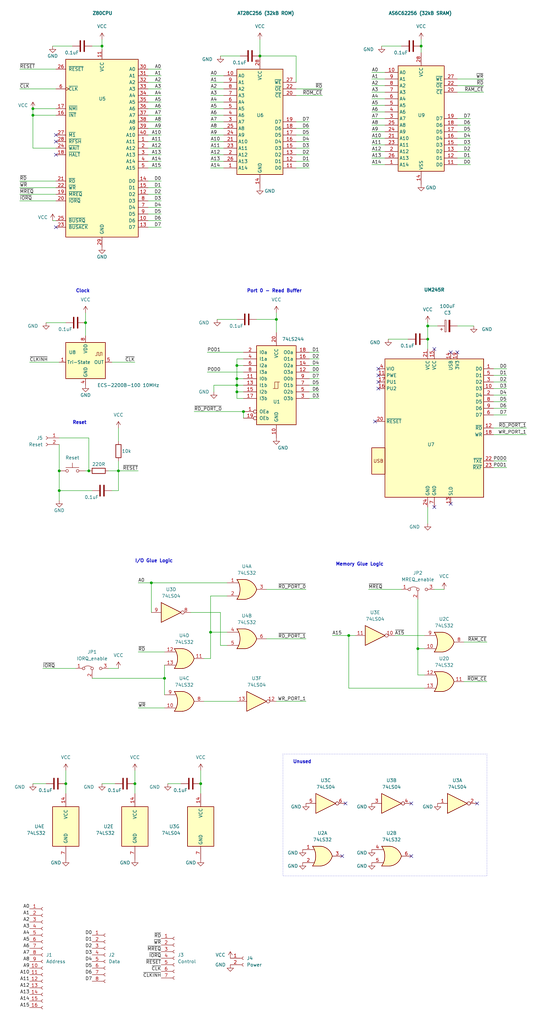
<source format=kicad_sch>
(kicad_sch (version 20230121) (generator eeschema)
  (paper "User" 210.007 394.995)
  (junction (at 63.5 261.62))
  (junction (at 58.42 224.79))
  (junction (at 91.44 146.05))
  (junction (at 91.44 148.59))
  (junction (at 12.7 41.91))
  (junction (at 91.44 151.13))
  (junction (at 39.37 17.78))
  (junction (at 162.56 17.78))
  (junction (at 22.86 189.23))
  (junction (at 45.72 181.61))
  (junction (at 33.02 124.46))
  (junction (at 22.86 181.61))
  (junction (at 91.44 140.97))
  (junction (at 93.98 158.75))
  (junction (at 12.7 44.45))
  (junction (at 106.68 123.19))
  (junction (at 81.28 243.84))
  (junction (at 165.1 130.81))
  (junction (at 161.29 250.19))
  (junction (at 100.33 21.59))
  (junction (at 34.29 181.61))
  (junction (at 165.1 125.73))
  (junction (at 25.4 302.26))
  (junction (at 134.62 245.11))
  (junction (at 77.47 302.26))
  (junction (at 52.07 302.26))
  (no_connect (at 133.35 309.88))
  (no_connect (at 132.08 330.2))
  (no_connect (at 146.05 147.32))
  (no_connect (at 146.05 144.78))
  (no_connect (at 146.05 149.86))
  (no_connect (at 167.64 134.62))
  (no_connect (at 21.59 87.63))
  (no_connect (at 176.53 135.89))
  (no_connect (at 173.99 135.89))
  (no_connect (at 21.59 52.07))
  (no_connect (at 144.78 162.56))
  (no_connect (at 167.64 195.58))
  (no_connect (at 173.99 194.31))
  (no_connect (at 184.15 309.88))
  (no_connect (at 158.75 330.2))
  (no_connect (at 21.59 54.61))
  (no_connect (at 158.75 309.88))
  (no_connect (at 21.59 59.69))
  (no_connect (at 146.05 142.24))
  (wire (pts (xy 148.59 55.88) (xy 143.51 55.88)))
  (wire (pts (xy 119.38 146.05) (xy 123.19 146.05)))
  (wire (pts (xy 12.7 41.91) (xy 21.59 41.91)))
  (wire (pts (xy 91.44 148.59) (xy 93.98 148.59)))
  (wire (pts (xy 57.15 77.47) (xy 62.23 77.47)))
  (wire (pts (xy 190.5 144.78) (xy 195.58 144.78)))
  (wire (pts (xy 190.5 147.32) (xy 195.58 147.32)))
  (wire (pts (xy 57.15 41.91) (xy 62.23 41.91)))
  (wire (pts (xy 7.62 34.29) (xy 21.59 34.29)))
  (wire (pts (xy 114.3 46.99) (xy 119.38 46.99)))
  (wire (pts (xy 86.36 39.37) (xy 81.28 39.37)))
  (wire (pts (xy 93.98 138.43) (xy 91.44 138.43)))
  (wire (pts (xy 20.32 17.78) (xy 27.94 17.78)))
  (wire (pts (xy 57.15 62.23) (xy 62.23 62.23)))
  (wire (pts (xy 53.34 224.79) (xy 58.42 224.79)))
  (wire (pts (xy 7.62 26.67) (xy 21.59 26.67)))
  (wire (pts (xy 21.59 85.09) (xy 20.32 85.09)))
  (wire (pts (xy 85.09 21.59) (xy 92.71 21.59)))
  (wire (pts (xy 86.36 49.53) (xy 81.28 49.53)))
  (wire (pts (xy 58.42 224.79) (xy 58.42 236.22)))
  (wire (pts (xy 148.59 43.18) (xy 143.51 43.18)))
  (wire (pts (xy 63.5 256.54) (xy 63.5 261.62)))
  (wire (pts (xy 57.15 34.29) (xy 62.23 34.29)))
  (wire (pts (xy 190.5 160.02) (xy 195.58 160.02)))
  (wire (pts (xy 148.59 53.34) (xy 143.51 53.34)))
  (wire (pts (xy 91.44 270.51) (xy 78.74 270.51)))
  (wire (pts (xy 85.09 236.22) (xy 85.09 248.92)))
  (wire (pts (xy 114.3 52.07) (xy 119.38 52.07)))
  (wire (pts (xy 119.38 138.43) (xy 123.19 138.43)))
  (wire (pts (xy 80.01 143.51) (xy 93.98 143.51)))
  (wire (pts (xy 57.15 29.21) (xy 62.23 29.21)))
  (wire (pts (xy 167.64 227.33) (xy 171.45 227.33)))
  (wire (pts (xy 148.59 30.48) (xy 143.51 30.48)))
  (wire (pts (xy 57.15 39.37) (xy 62.23 39.37)))
  (wire (pts (xy 176.53 33.02) (xy 186.69 33.02)))
  (wire (pts (xy 57.15 36.83) (xy 62.23 36.83)))
  (wire (pts (xy 53.34 273.05) (xy 63.5 273.05)))
  (wire (pts (xy 148.59 27.94) (xy 143.51 27.94)))
  (wire (pts (xy 39.37 17.78) (xy 39.37 19.05)))
  (wire (pts (xy 149.86 130.81) (xy 157.48 130.81)))
  (wire (pts (xy 179.07 247.65) (xy 187.96 247.65)))
  (wire (pts (xy 148.59 35.56) (xy 143.51 35.56)))
  (wire (pts (xy 114.3 34.29) (xy 124.46 34.29)))
  (wire (pts (xy 63.5 261.62) (xy 63.5 267.97)))
  (wire (pts (xy 162.56 17.78) (xy 162.56 20.32)))
  (wire (pts (xy 7.62 72.39) (xy 21.59 72.39)))
  (wire (pts (xy 22.86 193.04) (xy 22.86 189.23)))
  (wire (pts (xy 22.86 189.23) (xy 35.56 189.23)))
  (wire (pts (xy 179.07 262.89) (xy 187.96 262.89)))
  (wire (pts (xy 91.44 151.13) (xy 93.98 151.13)))
  (wire (pts (xy 190.5 167.64) (xy 203.2 167.64)))
  (wire (pts (xy 45.72 181.61) (xy 53.34 181.61)))
  (wire (pts (xy 119.38 153.67) (xy 123.19 153.67)))
  (wire (pts (xy 53.34 251.46) (xy 63.5 251.46)))
  (wire (pts (xy 182.88 125.73) (xy 176.53 125.73)))
  (wire (pts (xy 148.59 60.96) (xy 143.51 60.96)))
  (wire (pts (xy 34.29 168.91) (xy 34.29 181.61)))
  (wire (pts (xy 57.15 72.39) (xy 62.23 72.39)))
  (wire (pts (xy 165.1 130.81) (xy 165.1 134.62)))
  (wire (pts (xy 91.44 146.05) (xy 91.44 148.59)))
  (wire (pts (xy 176.53 58.42) (xy 181.61 58.42)))
  (wire (pts (xy 11.43 139.7) (xy 22.86 139.7)))
  (wire (pts (xy 12.7 44.45) (xy 21.59 44.45)))
  (wire (pts (xy 190.5 180.34) (xy 195.58 180.34)))
  (wire (pts (xy 57.15 82.55) (xy 62.23 82.55)))
  (wire (pts (xy 165.1 125.73) (xy 165.1 130.81)))
  (wire (pts (xy 87.63 229.87) (xy 81.28 229.87)))
  (wire (pts (xy 99.06 123.19) (xy 106.68 123.19)))
  (wire (pts (xy 176.53 55.88) (xy 181.61 55.88)))
  (wire (pts (xy 91.44 138.43) (xy 91.44 140.97)))
  (wire (pts (xy 81.28 243.84) (xy 81.28 254)))
  (wire (pts (xy 57.15 85.09) (xy 62.23 85.09)))
  (wire (pts (xy 119.38 135.89) (xy 123.19 135.89)))
  (wire (pts (xy 134.62 265.43) (xy 134.62 245.11)))
  (wire (pts (xy 86.36 29.21) (xy 81.28 29.21)))
  (wire (pts (xy 91.44 148.59) (xy 91.44 151.13)))
  (wire (pts (xy 52.07 302.26) (xy 52.07 306.07)))
  (wire (pts (xy 148.59 33.02) (xy 143.51 33.02)))
  (wire (pts (xy 86.36 41.91) (xy 81.28 41.91)))
  (wire (pts (xy 161.29 231.14) (xy 161.29 250.19)))
  (wire (pts (xy 148.59 63.5) (xy 143.51 63.5)))
  (wire (pts (xy 106.68 270.51) (xy 118.11 270.51)))
  (wire (pts (xy 43.18 189.23) (xy 45.72 189.23)))
  (wire (pts (xy 25.4 297.18) (xy 25.4 302.26)))
  (wire (pts (xy 91.44 140.97) (xy 91.44 146.05)))
  (wire (pts (xy 114.3 62.23) (xy 119.38 62.23)))
  (wire (pts (xy 39.37 302.26) (xy 44.45 302.26)))
  (wire (pts (xy 21.59 57.15) (xy 12.7 57.15)))
  (wire (pts (xy 190.5 165.1) (xy 203.2 165.1)))
  (wire (pts (xy 7.62 69.85) (xy 21.59 69.85)))
  (wire (pts (xy 148.59 45.72) (xy 143.51 45.72)))
  (wire (pts (xy 57.15 46.99) (xy 62.23 46.99)))
  (wire (pts (xy 22.86 181.61) (xy 22.86 189.23)))
  (wire (pts (xy 7.62 77.47) (xy 21.59 77.47)))
  (wire (pts (xy 161.29 250.19) (xy 161.29 260.35)))
  (wire (pts (xy 114.3 31.75) (xy 114.3 21.59)))
  (wire (pts (xy 165.1 124.46) (xy 165.1 125.73)))
  (wire (pts (xy 74.93 158.75) (xy 93.98 158.75)))
  (wire (pts (xy 114.3 64.77) (xy 119.38 64.77)))
  (wire (pts (xy 190.5 152.4) (xy 195.58 152.4)))
  (wire (pts (xy 91.44 153.67) (xy 93.98 153.67)))
  (wire (pts (xy 190.5 142.24) (xy 195.58 142.24)))
  (wire (pts (xy 35.56 17.78) (xy 39.37 17.78)))
  (wire (pts (xy 57.15 26.67) (xy 62.23 26.67)))
  (wire (pts (xy 163.83 250.19) (xy 161.29 250.19)))
  (wire (pts (xy 73.66 236.22) (xy 85.09 236.22)))
  (wire (pts (xy 12.7 44.45) (xy 12.7 41.91)))
  (wire (pts (xy 22.86 168.91) (xy 34.29 168.91)))
  (wire (pts (xy 119.38 148.59) (xy 123.19 148.59)))
  (wire (pts (xy 106.68 123.19) (xy 106.68 128.27)))
  (wire (pts (xy 86.36 44.45) (xy 81.28 44.45)))
  (wire (pts (xy 114.3 36.83) (xy 124.46 36.83)))
  (wire (pts (xy 58.42 224.79) (xy 87.63 224.79)))
  (wire (pts (xy 57.15 74.93) (xy 62.23 74.93)))
  (wire (pts (xy 148.59 50.8) (xy 143.51 50.8)))
  (wire (pts (xy 82.55 148.59) (xy 91.44 148.59)))
  (wire (pts (xy 114.3 49.53) (xy 119.38 49.53)))
  (wire (pts (xy 134.62 245.11) (xy 137.16 245.11)))
  (wire (pts (xy 147.32 17.78) (xy 154.94 17.78)))
  (wire (pts (xy 86.36 54.61) (xy 81.28 54.61)))
  (wire (pts (xy 41.91 181.61) (xy 45.72 181.61)))
  (wire (pts (xy 81.28 243.84) (xy 87.63 243.84)))
  (wire (pts (xy 176.53 53.34) (xy 181.61 53.34)))
  (wire (pts (xy 176.53 50.8) (xy 181.61 50.8)))
  (wire (pts (xy 12.7 57.15) (xy 12.7 44.45)))
  (wire (pts (xy 168.91 125.73) (xy 165.1 125.73)))
  (wire (pts (xy 57.15 31.75) (xy 62.23 31.75)))
  (wire (pts (xy 142.24 227.33) (xy 154.94 227.33)))
  (wire (pts (xy 83.82 123.19) (xy 91.44 123.19)))
  (wire (pts (xy 148.59 58.42) (xy 143.51 58.42)))
  (wire (pts (xy 7.62 74.93) (xy 21.59 74.93)))
  (wire (pts (xy 22.86 171.45) (xy 22.86 181.61)))
  (wire (pts (xy 45.72 189.23) (xy 45.72 181.61)))
  (wire (pts (xy 176.53 48.26) (xy 181.61 48.26)))
  (wire (pts (xy 45.72 165.1) (xy 45.72 170.18)))
  (wire (pts (xy 176.53 63.5) (xy 181.61 63.5)))
  (wire (pts (xy 102.87 227.33) (xy 118.11 227.33)))
  (wire (pts (xy 41.91 257.81) (xy 45.72 257.81)))
  (wire (pts (xy 148.59 40.64) (xy 143.51 40.64)))
  (wire (pts (xy 190.5 157.48) (xy 195.58 157.48)))
  (wire (pts (xy 102.87 246.38) (xy 118.11 246.38)))
  (wire (pts (xy 176.53 35.56) (xy 186.69 35.56)))
  (wire (pts (xy 100.33 15.24) (xy 100.33 21.59)))
  (wire (pts (xy 57.15 59.69) (xy 62.23 59.69)))
  (wire (pts (xy 86.36 36.83) (xy 81.28 36.83)))
  (wire (pts (xy 91.44 146.05) (xy 93.98 146.05)))
  (wire (pts (xy 57.15 57.15) (xy 62.23 57.15)))
  (wire (pts (xy 80.01 135.89) (xy 93.98 135.89)))
  (wire (pts (xy 33.02 181.61) (xy 34.29 181.61)))
  (wire (pts (xy 114.3 59.69) (xy 119.38 59.69)))
  (wire (pts (xy 86.36 34.29) (xy 81.28 34.29)))
  (wire (pts (xy 57.15 49.53) (xy 62.23 49.53)))
  (wire (pts (xy 128.27 245.11) (xy 134.62 245.11)))
  (wire (pts (xy 57.15 64.77) (xy 62.23 64.77)))
  (wire (pts (xy 148.59 38.1) (xy 143.51 38.1)))
  (wire (pts (xy 81.28 254) (xy 78.74 254)))
  (wire (pts (xy 52.07 297.18) (xy 52.07 302.26)))
  (wire (pts (xy 91.44 151.13) (xy 91.44 153.67)))
  (wire (pts (xy 152.4 245.11) (xy 163.83 245.11)))
  (wire (pts (xy 33.02 124.46) (xy 33.02 129.54)))
  (wire (pts (xy 77.47 297.18) (xy 77.47 302.26)))
  (wire (pts (xy 190.5 177.8) (xy 195.58 177.8)))
  (wire (pts (xy 57.15 44.45) (xy 62.23 44.45)))
  (wire (pts (xy 114.3 57.15) (xy 119.38 57.15)))
  (wire (pts (xy 45.72 177.8) (xy 45.72 181.61)))
  (wire (pts (xy 119.38 143.51) (xy 123.19 143.51)))
  (wire (pts (xy 148.59 48.26) (xy 143.51 48.26)))
  (wire (pts (xy 119.38 151.13) (xy 123.19 151.13)))
  (wire (pts (xy 64.77 302.26) (xy 69.85 302.26)))
  (wire (pts (xy 176.53 45.72) (xy 181.61 45.72)))
  (wire (pts (xy 33.02 120.65) (xy 33.02 124.46)))
  (wire (pts (xy 12.7 302.26) (xy 17.78 302.26)))
  (wire (pts (xy 190.5 154.94) (xy 195.58 154.94)))
  (wire (pts (xy 93.98 158.75) (xy 93.98 161.29)))
  (wire (pts (xy 25.4 302.26) (xy 25.4 306.07)))
  (wire (pts (xy 57.15 52.07) (xy 62.23 52.07)))
  (wire (pts (xy 17.78 124.46) (xy 25.4 124.46)))
  (wire (pts (xy 163.83 260.35) (xy 161.29 260.35)))
  (wire (pts (xy 86.36 52.07) (xy 81.28 52.07)))
  (wire (pts (xy 165.1 195.58) (xy 165.1 201.93)))
  (wire (pts (xy 106.68 120.65) (xy 106.68 123.19)))
  (wire (pts (xy 119.38 140.97) (xy 123.19 140.97)))
  (wire (pts (xy 57.15 69.85) (xy 62.23 69.85)))
  (wire (pts (xy 86.36 46.99) (xy 81.28 46.99)))
  (wire (pts (xy 16.51 257.81) (xy 29.21 257.81)))
  (wire (pts (xy 86.36 31.75) (xy 81.28 31.75)))
  (wire (pts (xy 85.09 248.92) (xy 87.63 248.92)))
  (wire (pts (xy 86.36 57.15) (xy 81.28 57.15)))
  (wire (pts (xy 163.83 265.43) (xy 134.62 265.43)))
  (wire (pts (xy 100.33 21.59) (xy 114.3 21.59)))
  (wire (pts (xy 81.28 62.23) (xy 86.36 62.23)))
  (wire (pts (xy 57.15 54.61) (xy 62.23 54.61)))
  (wire (pts (xy 81.28 229.87) (xy 81.28 243.84)))
  (wire (pts (xy 176.53 60.96) (xy 181.61 60.96)))
  (wire (pts (xy 162.56 15.24) (xy 162.56 17.78)))
  (wire (pts (xy 39.37 15.24) (xy 39.37 17.78)))
  (wire (pts (xy 82.55 151.13) (xy 82.55 148.59)))
  (wire (pts (xy 176.53 30.48) (xy 186.69 30.48)))
  (wire (pts (xy 57.15 80.01) (xy 62.23 80.01)))
  (wire (pts (xy 52.07 139.7) (xy 43.18 139.7)))
  (wire (pts (xy 77.47 302.26) (xy 77.47 306.07)))
  (wire (pts (xy 81.28 64.77) (xy 86.36 64.77)))
  (wire (pts (xy 190.5 149.86) (xy 195.58 149.86)))
  (wire (pts (xy 86.36 59.69) (xy 81.28 59.69)))
  (wire (pts (xy 91.44 140.97) (xy 93.98 140.97)))
  (wire (pts (xy 57.15 87.63) (xy 62.23 87.63)))
  (wire (pts (xy 114.3 54.61) (xy 119.38 54.61)))
  (wire (pts (xy 35.56 261.62) (xy 63.5 261.62)))
  (rectangle (start 109.22 290.83) (end 187.96 337.82) (stroke (width 0) (type dot)))
  (text "I/O Glue Logic" (at 52.07 217.17 0) (effects (font (size 1.27 1.27) (thickness 0.254) bold) (justify left bottom)))
  (text "Memory Glue Logic" (at 129.54 218.44 0) (effects (font (size 1.27 1.27) (thickness 0.254) bold) (justify left bottom)))
  (text "Port 0 - Read Buffer" (at 95.25 113.03 0) (effects (font (size 1.27 1.27) (thickness 0.254) bold) (justify left bottom)))
  (text "Clock" (at 29.21 113.03 0) (effects (font (size 1.27 1.27) (thickness 0.254) bold) (justify left bottom)))
  (text "Reset" (at 27.94 163.83 0) (effects (font (size 1.27 1.27) (thickness 0.254) bold) (justify left bottom)))
  (text "Unused" (at 113.03 294.64 0) (effects (font (size 1.27 1.27) (thickness 0.254) bold) (justify left bottom)))
  (label "A3" (at 11.43 358.14 180))
  (label "A6" (at 62.23 41.91 180))
  (label "~{CLK}" (at 52.07 139.7 180))
  (label "~{RD}" (at 124.46 34.29 180))
  (label "D7" (at 35.56 378.46 180))
  (label "A5" (at 11.43 363.22 180))
  (label "A14" (at 11.43 386.08 180))
  (label "A11" (at 81.28 57.15 0))
  (label "D0" (at 62.23 69.85 180))
  (label "A10" (at 143.51 53.34 0))
  (label "D7" (at 119.38 46.99 180))
  (label "~{MREQ}" (at 7.62 74.93 0))
  (label "D0" (at 195.58 142.24 180))
  (label "D3" (at 35.56 368.3 180))
  (label "D1" (at 195.58 144.78 180))
  (label "D5" (at 123.19 148.59 180))
  (label "A1" (at 81.28 31.75 0))
  (label "A13" (at 62.23 59.69 180))
  (label "D4" (at 119.38 54.61 180))
  (label "A11" (at 11.43 378.46 180))
  (label "A6" (at 81.28 44.45 0))
  (label "A3" (at 81.28 36.83 0))
  (label "~{ROM_CE}" (at 187.96 262.89 180))
  (label "A11" (at 143.51 55.88 0))
  (label "D7" (at 181.61 45.72 180))
  (label "A9" (at 11.43 373.38 180))
  (label "A4" (at 62.23 36.83 180))
  (label "~{IORQ}" (at 7.62 77.47 0))
  (label "D1" (at 62.23 72.39 180))
  (label "~{CLK}" (at 62.23 374.65 180))
  (label "~{RD}" (at 7.62 69.85 0))
  (label "A15" (at 128.27 245.11 0))
  (label "D6" (at 62.23 85.09 180))
  (label "~{WR}" (at 53.34 273.05 0))
  (label "~{CLKINH}" (at 11.43 139.7 0))
  (label "D5" (at 35.56 373.38 180))
  (label "D6" (at 35.56 375.92 180))
  (label "A15" (at 11.43 388.62 180))
  (label "A5" (at 143.51 40.64 0))
  (label "A4" (at 11.43 360.68 180))
  (label "D4" (at 123.19 140.97 180))
  (label "A13" (at 143.51 60.96 0))
  (label "P0D0" (at 195.58 177.8 180))
  (label "D2" (at 123.19 138.43 180))
  (label "D3" (at 123.19 153.67 180))
  (label "A7" (at 62.23 44.45 180))
  (label "A2" (at 81.28 34.29 0))
  (label "~{WR}" (at 62.23 364.49 180))
  (label "A0" (at 11.43 350.52 180))
  (label "D0" (at 35.56 360.68 180))
  (label "~{RD_PORT_0}" (at 74.93 158.75 0))
  (label "~{RD_PORT_0}" (at 118.11 227.33 180))
  (label "A11" (at 62.23 54.61 180))
  (label "D5" (at 181.61 50.8 180))
  (label "~{RD_PORT_1}" (at 118.11 246.38 180))
  (label "A4" (at 81.28 39.37 0))
  (label "~{IORQ}" (at 16.51 257.81 0))
  (label "D4" (at 62.23 80.01 180))
  (label "D7" (at 195.58 160.02 180))
  (label "~{ROM_CE}" (at 124.46 36.83 180))
  (label "~{MREQ}" (at 142.24 227.33 0))
  (label "A12" (at 62.23 57.15 180))
  (label "D5" (at 62.23 82.55 180))
  (label "A10" (at 62.23 52.07 180))
  (label "D1" (at 181.61 60.96 180))
  (label "D6" (at 195.58 157.48 180))
  (label "A13" (at 81.28 62.23 0))
  (label "~{RD}" (at 62.23 361.95 180))
  (label "A14" (at 81.28 64.77 0))
  (label "A12" (at 81.28 59.69 0))
  (label "WR_PORT_1" (at 203.2 167.64 180))
  (label "WR_PORT_1" (at 118.11 270.51 180))
  (label "D3" (at 181.61 55.88 180))
  (label "A8" (at 143.51 48.26 0))
  (label "P0D1" (at 80.01 135.89 0))
  (label "D3" (at 195.58 149.86 180))
  (label "D6" (at 181.61 48.26 180))
  (label "A4" (at 143.51 38.1 0))
  (label "A8" (at 62.23 46.99 180))
  (label "A2" (at 11.43 355.6 180))
  (label "A5" (at 81.28 41.91 0))
  (label "P0D0" (at 80.01 143.51 0))
  (label "A7" (at 143.51 45.72 0))
  (label "~{RAM_CE}" (at 187.96 247.65 180))
  (label "A9" (at 81.28 52.07 0))
  (label "D1" (at 35.56 363.22 180))
  (label "~{RESET}" (at 53.34 181.61 180))
  (label "A12" (at 143.51 58.42 0))
  (label "~{WR}" (at 7.62 72.39 0))
  (label "~{A15}" (at 152.4 245.11 0))
  (label "D6" (at 123.19 151.13 180))
  (label "A7" (at 81.28 46.99 0))
  (label "D7" (at 123.19 146.05 180))
  (label "~{IORQ}" (at 62.23 369.57 180))
  (label "A3" (at 143.51 35.56 0))
  (label "D3" (at 62.23 77.47 180))
  (label "A6" (at 143.51 43.18 0))
  (label "~{WR}" (at 186.69 30.48 180))
  (label "A9" (at 143.51 50.8 0))
  (label "A2" (at 143.51 33.02 0))
  (label "A0" (at 62.23 26.67 180))
  (label "A0" (at 53.34 224.79 0))
  (label "~{MREQ}" (at 62.23 367.03 180))
  (label "D3" (at 119.38 57.15 180))
  (label "A8" (at 81.28 49.53 0))
  (label "D7" (at 62.23 87.63 180))
  (label "D2" (at 181.61 58.42 180))
  (label "A12" (at 11.43 381 180))
  (label "~{RD}" (at 186.69 33.02 180))
  (label "A13" (at 11.43 383.54 180))
  (label "~{CLKINH}" (at 62.23 377.19 180))
  (label "D4" (at 195.58 152.4 180))
  (label "A6" (at 11.43 365.76 180))
  (label "D0" (at 181.61 63.5 180))
  (label "~{CLK}" (at 7.62 34.29 0))
  (label "D2" (at 195.58 147.32 180))
  (label "A0" (at 81.28 29.21 0))
  (label "A7" (at 11.43 368.3 180))
  (label "D5" (at 195.58 154.94 180))
  (label "A10" (at 11.43 375.92 180))
  (label "D1" (at 123.19 135.89 180))
  (label "A1" (at 62.23 29.21 180))
  (label "D1" (at 119.38 62.23 180))
  (label "A1" (at 11.43 353.06 180))
  (label "A3" (at 62.23 34.29 180))
  (label "P0D1" (at 195.58 180.34 180))
  (label "D4" (at 35.56 370.84 180))
  (label "~{RD_PORT_1}" (at 203.2 165.1 180))
  (label "A15" (at 62.23 64.77 180))
  (label "A8" (at 11.43 370.84 180))
  (label "A2" (at 62.23 31.75 180))
  (label "A14" (at 62.23 62.23 180))
  (label "D4" (at 181.61 53.34 180))
  (label "D0" (at 119.38 64.77 180))
  (label "A14" (at 143.51 63.5 0))
  (label "~{RD}" (at 53.34 251.46 0))
  (label "~{RESET}" (at 7.62 26.67 0))
  (label "A10" (at 81.28 54.61 0))
  (label "A5" (at 62.23 39.37 180))
  (label "D2" (at 35.56 365.76 180))
  (label "A1" (at 143.51 30.48 0))
  (label "A9" (at 62.23 49.53 180))
  (label "D2" (at 119.38 59.69 180))
  (label "D0" (at 123.19 143.51 180))
  (label "~{RAM_CE}" (at 186.69 35.56 180))
  (label "D6" (at 119.38 49.53 180))
  (label "~{RESET}" (at 62.23 372.11 180))
  (label "D5" (at 119.38 52.07 180))
  (label "A0" (at 143.51 27.94 0))
  (label "D2" (at 62.23 74.93 180))
  (symbol (lib_id "74xx:74LS04") (at 176.53 309.88 0) (unit 1)
    (property "Reference" "U3" (at 176.53 300.99 0))
    (property "Value" "74LS04" (at 176.53 303.53 0))
    (property "Footprint" "Package_DIP:DIP-14_W7.62mm" (effects hide))
    (property "Datasheet" "http://www.ti.com/lit/gpn/sn74LS04" (effects hide))
  )
  (symbol (lib_id "power:VCC") (at 52.07 297.18 0) (unit 1)
    (property "Reference" "#PWR04" (effects hide))
    (property "Value" "VCC" (at 52.07 292.1 0))
  )
  (symbol (lib_name "GND_2") (lib_id "power:GND") (at 88.9 372.11 0) (unit 1)
    (property "Reference" "#PWR044" (effects hide))
    (property "Value" "GND" (at 85.09 372.11 0))
  )
  (symbol (lib_id "Device:C") (at 48.26 302.26 270) (unit 1)
    (property "Reference" "C5" (effects hide))
    (property "Value" "0.1uF" (at 46.99 304.8 90) (effects (justify right)))
    (property "Footprint" "Capacitor_THT:C_Disc_D5.0mm_W2.5mm_P2.50mm" (effects hide))
  )
  (symbol (lib_id "Jumper:Jumper_3_Bridged12") (at 161.29 227.33 0) (unit 1)
    (property "Reference" "JP2" (at 161.29 220.98 0))
    (property "Value" "MREQ_enable" (at 161.29 223.52 0))
    (property "Footprint" "Connector_PinHeader_2.54mm:PinHeader_1x03_P2.54mm_Vertical" (effects hide))
  )
  (symbol (lib_name "GND_2") (lib_id "power:GND") (at 106.68 168.91 0) (unit 1)
    (property "Reference" "#PWR03" (effects hide))
    (property "Value" "GND" (at 109.22 172.72 0))
  )
  (symbol (lib_id "74xx:74LS32") (at 95.25 246.38 0) (unit 2)
    (property "Reference" "U4" (at 95.25 237.49 0))
    (property "Value" "74LS32" (at 95.25 240.03 0))
    (property "Footprint" "Package_DIP:DIP-14_W7.62mm" (effects hide))
    (property "Datasheet" "http://www.ti.com/lit/gpn/sn74LS32" (effects hide))
  )
  (symbol (lib_id "Connector:Conn_01x16_Socket") (at 16.51 368.3 0) (unit 1)
    (property "Reference" "J1" (at 17.78 368.3 0) (effects (justify left)))
    (property "Value" "Address" (at 17.78 370.84 0) (effects (justify left)))
    (property "Footprint" "Connector_PinSocket_2.54mm:PinSocket_1x16_P2.54mm_Vertical" (effects hide))
  )
  (symbol (lib_id "Device:R") (at 38.1 181.61 270) (unit 1)
    (property "Reference" "R1" (effects hide))
    (property "Value" "220R" (at 38.1 179.07 90))
    (property "Footprint" "Resistor_THT:R_Axial_DIN0204_L3.6mm_D1.6mm_P7.62mm_Horizontal" (effects hide))
  )
  (symbol (lib_name "GND_2") (lib_id "power:GND") (at 143.51 309.88 0) (unit 1)
    (property "Reference" "#PWR011" (effects hide))
    (property "Value" "GND" (at 139.7 311.15 0))
  )
  (symbol (lib_id "power:VCC") (at 20.32 85.09 0) (unit 1)
    (property "Reference" "#PWR021" (effects hide))
    (property "Value" "VCC" (at 16.51 83.82 0))
  )
  (symbol (lib_id "power:VCC") (at 77.47 297.18 0) (unit 1)
    (property "Reference" "#PWR06" (effects hide))
    (property "Value" "VCC" (at 77.47 292.1 0))
  )
  (symbol (lib_id "Device:C") (at 95.25 123.19 270) (unit 1)
    (property "Reference" "C4" (effects hide))
    (property "Value" "0.1uF" (at 93.98 125.73 90) (effects (justify right)))
    (property "Footprint" "Capacitor_THT:C_Disc_D5.0mm_W2.5mm_P2.50mm" (effects hide))
  )
  (symbol (lib_id "Jumper:Jumper_3_Bridged12") (at 35.56 257.81 0) (unit 1)
    (property "Reference" "JP1" (at 35.56 251.46 0))
    (property "Value" "IORQ_enable" (at 35.56 254 0))
    (property "Footprint" "Connector_PinHeader_2.54mm:PinHeader_1x03_P2.54mm_Vertical" (effects hide))
  )
  (symbol (lib_id "power:VCC") (at 39.37 15.24 0) (unit 1)
    (property "Reference" "#PWR022" (effects hide))
    (property "Value" "VCC" (at 39.37 10.16 0))
  )
  (symbol (lib_id "power:VCC") (at 33.02 120.65 0) (unit 1)
    (property "Reference" "#PWR030" (effects hide))
    (property "Value" "VCC" (at 33.02 115.57 0))
  )
  (symbol (lib_id "74xx:74LS244") (at 106.68 148.59 0) (unit 1)
    (property "Reference" "U1" (at 105.41 154.94 0) (effects (justify left)))
    (property "Value" "74LS244" (at 108.8741 130.81 0) (effects (justify left)))
    (property "Footprint" "Package_DIP:DIP-20_W7.62mm" (effects hide))
    (property "Datasheet" "http://www.ti.com/lit/ds/symlink/sn74ls244.pdf" (effects hide))
  )
  (symbol (lib_id "74xx:74LS32") (at 52.07 318.77 0) (unit 5)
    (property "Reference" "U2" (at 41.91 318.77 0))
    (property "Value" "74LS32" (at 40.64 321.31 0))
    (property "Footprint" "Package_DIP:DIP-14_W7.62mm" (effects hide))
    (property "Datasheet" "http://www.ti.com/lit/gpn/sn74LS32" (effects hide))
  )
  (symbol (lib_id "Device:C") (at 161.29 130.81 270) (unit 1)
    (property "Reference" "C11" (effects hide))
    (property "Value" "0.1uF" (at 160.02 133.35 90) (effects (justify right)))
    (property "Footprint" "Capacitor_THT:C_Disc_D5.0mm_W2.5mm_P2.50mm" (effects hide))
  )
  (symbol (lib_id "74xx:74LS04") (at 77.47 318.77 0) (unit 7)
    (property "Reference" "U3" (at 67.31 318.77 0))
    (property "Value" "74LS04" (at 66.04 321.31 0))
    (property "Footprint" "Package_DIP:DIP-14_W7.62mm" (effects hide))
    (property "Datasheet" "http://www.ti.com/lit/gpn/sn74LS04" (effects hide))
  )
  (symbol (lib_id "74xx:74LS32") (at 25.4 318.77 0) (unit 5)
    (property "Reference" "U4" (at 15.24 318.77 0))
    (property "Value" "74LS32" (at 13.97 321.31 0))
    (property "Footprint" "Package_DIP:DIP-14_W7.62mm" (effects hide))
    (property "Datasheet" "http://www.ti.com/lit/gpn/sn74LS32" (effects hide))
  )
  (symbol (lib_id "Connector:Conn_01x08_Socket") (at 40.64 368.3 0) (unit 1)
    (property "Reference" "J2" (at 41.91 368.3 0) (effects (justify left)))
    (property "Value" "Data" (at 41.91 370.84 0) (effects (justify left)))
    (property "Footprint" "Connector_PinSocket_2.54mm:PinSocket_1x08_P2.54mm_Vertical" (effects hide))
  )
  (symbol (lib_id "UM245R:UM245R") (at 166.37 166.37 0) (unit 1)
    (property "Reference" "U7" (at 166.37 171.45 0))
    (property "Value" "UM245R" (at 167.64 111.76 0) (effects (font bold)))
    (property "Footprint" "Package_DIP:DIP-24_W15.24mm" (effects hide))
  )
  (symbol (lib_id "power:VCC") (at 171.45 227.33 0) (unit 1)
    (property "Reference" "#PWR042" (effects hide))
    (property "Value" "VCC" (at 171.45 222.25 0))
  )
  (symbol (lib_id "74xx:74LS32") (at 124.46 330.2 0) (unit 1)
    (property "Reference" "U2" (at 124.46 321.31 0))
    (property "Value" "74LS32" (at 124.46 323.85 0))
    (property "Footprint" "Package_DIP:DIP-14_W7.62mm" (effects hide))
    (property "Datasheet" "http://www.ti.com/lit/gpn/sn74LS32" (effects hide))
  )
  (symbol (lib_id "74xx:74LS32") (at 171.45 262.89 0) (unit 4)
    (property "Reference" "U2" (at 171.45 254 0))
    (property "Value" "74LS32" (at 171.45 256.54 0))
    (property "Footprint" "Package_DIP:DIP-14_W7.62mm" (effects hide))
    (property "Datasheet" "http://www.ti.com/lit/gpn/sn74LS32" (effects hide))
  )
  (symbol (lib_name "GND_1") (lib_id "power:GND") (at 39.37 95.25 0) (unit 1)
    (property "Reference" "#PWR023" (effects hide))
    (property "Value" "GND" (at 39.37 99.06 0))
  )
  (symbol (lib_id "power:VCC") (at 45.72 165.1 0) (unit 1)
    (property "Reference" "#PWR018" (effects hide))
    (property "Value" "VCC" (at 45.72 160.02 0))
  )
  (symbol (lib_id "Device:C") (at 39.37 189.23 270) (unit 1)
    (property "Reference" "C1" (effects hide))
    (property "Value" "0.1uF" (at 38.1 191.77 90) (effects (justify right)))
    (property "Footprint" "Capacitor_THT:C_Disc_D5.0mm_W2.5mm_P2.50mm" (effects hide))
  )
  (symbol (lib_id "power:VCC") (at 88.9 369.57 0) (unit 1)
    (property "Reference" "#PWR043" (effects hide))
    (property "Value" "VCC" (at 85.09 368.3 0))
  )
  (symbol (lib_id "Device:C_Polarized") (at 172.72 125.73 90) (unit 1)
    (property "Reference" "C3" (at 172.72 120.65 90))
    (property "Value" "100uF" (at 172.72 118.11 90))
    (property "Footprint" "Capacitor_THT:CP_Radial_D5.0mm_P2.00mm" (effects hide))
  )
  (symbol (lib_name "GND_2") (lib_id "power:GND") (at 85.09 21.59 0) (unit 1)
    (property "Reference" "#PWR037" (effects hide))
    (property "Value" "GND" (at 80.01 22.86 0))
  )
  (symbol (lib_id "74xx:74LS04") (at 99.06 270.51 0) (unit 6)
    (property "Reference" "U3" (at 99.06 261.62 0))
    (property "Value" "74LS04" (at 99.06 264.16 0))
    (property "Footprint" "Package_DIP:DIP-14_W7.62mm" (effects hide))
    (property "Datasheet" "http://www.ti.com/lit/gpn/sn74LS04" (effects hide))
  )
  (symbol (lib_id "Device:C") (at 21.59 302.26 270) (unit 1)
    (property "Reference" "C7" (effects hide))
    (property "Value" "0.1uF" (at 20.32 304.8 90) (effects (justify right)))
    (property "Footprint" "Capacitor_THT:C_Disc_D5.0mm_W2.5mm_P2.50mm" (effects hide))
  )
  (symbol (lib_name "GND_2") (lib_id "power:GND") (at 12.7 302.26 0) (unit 1)
    (property "Reference" "#PWR036" (effects hide))
    (property "Value" "GND" (at 7.62 303.53 0))
  )
  (symbol (lib_id "Connector:Conn_01x02_Socket") (at 93.98 369.57 0) (unit 1)
    (property "Reference" "J4" (at 95.25 369.57 0) (effects (justify left)))
    (property "Value" "Power" (at 95.25 372.11 0) (effects (justify left)))
    (property "Footprint" "Connector_PinSocket_2.54mm:PinSocket_1x02_P2.54mm_Vertical" (effects hide))
  )
  (symbol (lib_id "power:VCC") (at 162.56 15.24 0) (unit 1)
    (property "Reference" "#PWR038" (effects hide))
    (property "Value" "VCC" (at 162.56 10.16 0))
  )
  (symbol (lib_name "GND_2") (lib_id "power:GND") (at 39.37 302.26 0) (unit 1)
    (property "Reference" "#PWR034" (effects hide))
    (property "Value" "GND" (at 34.29 303.53 0))
  )
  (symbol (lib_name "GND_2") (lib_id "power:GND") (at 118.11 309.88 0) (unit 1)
    (property "Reference" "#PWR012" (effects hide))
    (property "Value" "GND" (at 114.3 311.15 0))
  )
  (symbol (lib_id "74xx:74LS32") (at 151.13 330.2 0) (unit 2)
    (property "Reference" "U2" (at 151.13 321.31 0))
    (property "Value" "74LS32" (at 151.13 323.85 0))
    (property "Footprint" "Package_DIP:DIP-14_W7.62mm" (effects hide))
    (property "Datasheet" "http://www.ti.com/lit/gpn/sn74LS32" (effects hide))
  )
  (symbol (lib_id "Switch:SW_Push") (at 27.94 181.61 0) (unit 1)
    (property "Reference" "SW1" (effects hide))
    (property "Value" "Reset" (at 27.94 176.53 0))
    (property "Footprint" "Button_Switch_THT:SW_PUSH_6mm_H5mm" (effects hide))
  )
  (symbol (lib_name "GND_2") (lib_id "power:GND") (at 168.91 309.88 0) (unit 1)
    (property "Reference" "#PWR010" (effects hide))
    (property "Value" "GND" (at 165.1 311.15 0))
  )
  (symbol (lib_id "Device:R") (at 45.72 173.99 0) (unit 1)
    (property "Reference" "R2" (effects hide))
    (property "Value" "10k" (at 46.99 173.99 0) (effects (justify left)))
    (property "Footprint" "Resistor_THT:R_Axial_DIN0204_L3.6mm_D1.6mm_P7.62mm_Horizontal" (effects hide))
  )
  (symbol (lib_id "74xx:74LS04") (at 151.13 309.88 0) (unit 2)
    (property "Reference" "U3" (at 151.13 300.99 0))
    (property "Value" "74LS04" (at 151.13 303.53 0))
    (property "Footprint" "Package_DIP:DIP-14_W7.62mm" (effects hide))
    (property "Datasheet" "http://www.ti.com/lit/gpn/sn74LS04" (effects hide))
  )
  (symbol (lib_id "power:VCC") (at 25.4 297.18 0) (unit 1)
    (property "Reference" "#PWR08" (effects hide))
    (property "Value" "VCC" (at 25.4 292.1 0))
  )
  (symbol (lib_id "power:VCC") (at 165.1 124.46 0) (unit 1)
    (property "Reference" "#PWR026" (effects hide))
    (property "Value" "VCC" (at 165.1 119.38 0))
  )
  (symbol (lib_name "GND_2") (lib_id "power:GND") (at 149.86 130.81 0) (unit 1)
    (property "Reference" "#PWR040" (effects hide))
    (property "Value" "GND" (at 144.78 132.08 0))
  )
  (symbol (lib_name "GND_3") (lib_id "power:GND") (at 82.55 151.13 0) (unit 1)
    (property "Reference" "#PWR01" (effects hide))
    (property "Value" "GND" (at 78.74 151.13 0))
  )
  (symbol (lib_id "74xx:74LS32") (at 171.45 247.65 0) (unit 3)
    (property "Reference" "U2" (at 171.45 238.76 0))
    (property "Value" "74LS32" (at 171.45 241.3 0))
    (property "Footprint" "Package_DIP:DIP-14_W7.62mm" (effects hide))
    (property "Datasheet" "http://www.ti.com/lit/gpn/sn74LS32" (effects hide))
  )
  (symbol (lib_id "Device:C") (at 31.75 17.78 270) (unit 1)
    (property "Reference" "C2" (effects hide))
    (property "Value" "0.1uF" (at 30.48 20.32 90) (effects (justify right)))
    (property "Footprint" "Capacitor_THT:C_Disc_D5.0mm_W2.5mm_P2.50mm" (effects hide))
  )
  (symbol (lib_name "GND_2") (lib_id "power:GND") (at 162.56 71.12 0) (unit 1)
    (property "Reference" "#PWR033" (effects hide))
    (property "Value" "GND" (at 166.37 72.39 0))
  )
  (symbol (lib_id "power:VCC") (at 45.72 257.81 0) (unit 1)
    (property "Reference" "#PWR041" (effects hide))
    (property "Value" "VCC" (at 45.72 252.73 0))
  )
  (symbol (lib_name "GND_2") (lib_id "power:GND") (at 64.77 302.26 0) (unit 1)
    (property "Reference" "#PWR035" (effects hide))
    (property "Value" "GND" (at 59.69 303.53 0))
  )
  (symbol (lib_name "GND_2") (lib_id "power:GND") (at 52.07 331.47 0) (unit 1)
    (property "Reference" "#PWR05" (effects hide))
    (property "Value" "GND" (at 48.26 332.74 0))
  )
  (symbol (lib_id "power:VCC") (at 106.68 120.65 0) (unit 1)
    (property "Reference" "#PWR02" (effects hide))
    (property "Value" "VCC" (at 106.68 115.57 0))
  )
  (symbol (lib_id "74xx:74LS32") (at 71.12 254 0) (unit 4)
    (property "Reference" "U4" (at 71.12 245.11 0))
    (property "Value" "74LS32" (at 71.12 247.65 0))
    (property "Footprint" "Package_DIP:DIP-14_W7.62mm" (effects hide))
    (property "Datasheet" "http://www.ti.com/lit/gpn/sn74LS32" (effects hide))
  )
  (symbol (lib_id "74xx:74LS32") (at 71.12 270.51 0) (unit 3)
    (property "Reference" "U4" (at 71.12 261.62 0))
    (property "Value" "74LS32" (at 71.12 264.16 0))
    (property "Footprint" "Package_DIP:DIP-14_W7.62mm" (effects hide))
    (property "Datasheet" "http://www.ti.com/lit/gpn/sn74LS32" (effects hide))
  )
  (symbol (lib_name "GND_2") (lib_id "power:GND") (at 147.32 17.78 0) (unit 1)
    (property "Reference" "#PWR032" (effects hide))
    (property "Value" "GND" (at 142.24 19.05 0))
  )
  (symbol (lib_id "74xx:74LS04") (at 66.04 236.22 0) (unit 4)
    (property "Reference" "U3" (at 66.04 227.33 0))
    (property "Value" "74LS04" (at 66.04 229.87 0))
    (property "Footprint" "Package_DIP:DIP-14_W7.62mm" (effects hide))
    (property "Datasheet" "http://www.ti.com/lit/gpn/sn74LS04" (effects hide))
  )
  (symbol (lib_id "74xx:74LS04") (at 125.73 309.88 0) (unit 3)
    (property "Reference" "U3" (at 125.73 300.99 0))
    (property "Value" "74LS04" (at 125.73 303.53 0))
    (property "Footprint" "Package_DIP:DIP-14_W7.62mm" (effects hide))
    (property "Datasheet" "http://www.ti.com/lit/gpn/sn74LS04" (effects hide))
  )
  (symbol (lib_id "Device:C") (at 73.66 302.26 270) (unit 1)
    (property "Reference" "C6" (effects hide))
    (property "Value" "0.1uF" (at 72.39 304.8 90) (effects (justify right)))
    (property "Footprint" "Capacitor_THT:C_Disc_D5.0mm_W2.5mm_P2.50mm" (effects hide))
  )
  (symbol (lib_id "Device:C") (at 29.21 124.46 270) (unit 1)
    (property "Reference" "C10" (effects hide))
    (property "Value" "0.1uF" (at 27.94 127 90) (effects (justify right)))
    (property "Footprint" "Capacitor_THT:C_Disc_D5.0mm_W2.5mm_P2.50mm" (effects hide))
  )
  (symbol (lib_name "GND_1") (lib_id "power:GND") (at 182.88 125.73 0) (unit 1)
    (property "Reference" "#PWR028" (effects hide))
    (property "Value" "GND" (at 187.96 127 0))
  )
  (symbol (lib_id "power:GND") (at 33.02 148.59 0) (unit 1)
    (property "Reference" "#PWR031" (effects hide))
    (property "Value" "GND" (at 33.02 152.4 0))
  )
  (symbol (lib_name "GND_2") (lib_id "power:GND") (at 25.4 331.47 0) (unit 1)
    (property "Reference" "#PWR09" (effects hide))
    (property "Value" "GND" (at 21.59 332.74 0))
  )
  (symbol (lib_name "GND_2") (lib_id "power:GND") (at 17.78 124.46 0) (unit 1)
    (property "Reference" "#PWR039" (effects hide))
    (property "Value" "GND" (at 12.7 125.73 0))
  )
  (symbol (lib_id "AS6C62256:AS6C62256") (at 148.59 27.94 0) (unit 1)
    (property "Reference" "U9" (at 161.29 44.45 0) (effects (justify left)))
    (property "Value" "AS6C62256 (32kB SRAM)" (at 149.86 5.08 0) (effects (font bold) (justify left)))
    (property "Footprint" "Package_DIP:DIP-28_W15.24mm" (effects hide))
    (property "Datasheet" "https://componentsearchengine.com/Datasheets/1/AS6C62256-55PCN.pdf" (effects hide))
    (property "Height" "3.81" (effects hide))
    (property "Mouser Part Number" "913-AS6C62256-55PCN" (effects hide))
    (property "Mouser Price/Stock" "https://www.mouser.co.uk/ProductDetail/Alliance-Memory/AS6C62256-55PCN?qs=LD2UibpCYJqgbIupMJnGTQ%3D%3D" (effects hide))
    (property "Manufacturer_Name" "Alliance Memory" (effects hide))
    (property "Manufacturer_Part_Number" "AS6C62256-55PCN" (effects hide))
  )
  (symbol (lib_id "power:GND") (at 20.32 17.78 0) (unit 1)
    (property "Reference" "#PWR020" (effects hide))
    (property "Value" "GND" (at 20.32 21.59 0))
  )
  (symbol (lib_name "GND_2") (lib_id "power:GND") (at 116.84 327.66 0) (unit 1)
    (property "Reference" "#PWR013" (effects hide))
    (property "Value" "GND" (at 113.03 328.93 0))
  )
  (symbol (lib_id "ECS-2200x-xxx:ECS-2200x-xxx") (at 33.02 140.97 0) (unit 1)
    (property "Reference" "U8" (at 27.94 135.89 0))
    (property "Value" "ECS-2200B-100 10MHz" (at 49.53 148.59 0))
    (property "Footprint" "Oscillator:Oscillator_DIP-8" (effects hide))
    (property "Datasheet" "https://www.mouser.co.uk/datasheet/2/122/ecs_2200-1284324.pdf" (effects hide))
  )
  (symbol (lib_name "GND_2") (lib_id "power:GND") (at 83.82 123.19 0) (unit 1)
    (property "Reference" "#PWR029" (effects hide))
    (property "Value" "GND" (at 78.74 124.46 0))
  )
  (symbol (lib_name "GND_1") (lib_id "power:GND") (at 165.1 201.93 0) (unit 1)
    (property "Reference" "#PWR027" (effects hide))
    (property "Value" "GND" (at 160.02 203.2 0))
  )
  (symbol (lib_name "GND_2") (lib_id "power:GND") (at 77.47 331.47 0) (unit 1)
    (property "Reference" "#PWR07" (effects hide))
    (property "Value" "GND" (at 73.66 332.74 0))
  )
  (symbol (lib_name "GND_2") (lib_id "power:GND") (at 100.33 72.39 0) (unit 1)
    (property "Reference" "#PWR025" (effects hide))
    (property "Value" "GND" (at 104.14 73.66 0))
  )
  (symbol (lib_id "AT28C256-15PU:AT28C256-15PU") (at 86.36 29.21 0) (unit 1)
    (property "Reference" "U6" (at 99.06 44.45 0) (effects (justify left)))
    (property "Value" "AT28C256 (32kB ROM)" (at 91.44 5.08 0) (effects (font bold) (justify left)))
    (property "Footprint" "Package_DIP:DIP-28_W15.24mm" (effects hide))
    (property "Height" "4.826" (effects hide))
    (property "Manufacturer_Name" "Microchip" (effects hide))
    (property "Manufacturer_Part_Number" "AT28C256-15PU" (effects hide))
    (property "Arrow Part Number" "AT28C256-15PU" (effects hide))
    (property "Arrow Price/Stock" "https://www.arrow.com/en/products/at28c256-15pu/microchip-technology?region=nac" (effects hide))
  )
  (symbol (lib_id "Device:C") (at 158.75 17.78 270) (unit 1)
    (property "Reference" "C9" (effects hide))
    (property "Value" "0.1uF" (at 157.48 20.32 90) (effects (justify right)))
    (property "Footprint" "Capacitor_THT:C_Disc_D5.0mm_W2.5mm_P2.50mm" (effects hide))
  )
  (symbol (lib_id "74xx:74LS32") (at 95.25 227.33 0) (unit 1)
    (property "Reference" "U4" (at 95.25 218.44 0))
    (property "Value" "74LS32" (at 95.25 220.98 0))
    (property "Footprint" "Package_DIP:DIP-14_W7.62mm" (effects hide))
    (property "Datasheet" "http://www.ti.com/lit/gpn/sn74LS32" (effects hide))
  )
  (symbol (lib_name "GND_2") (lib_id "power:GND") (at 143.51 327.66 0) (unit 1)
    (property "Reference" "#PWR015" (effects hide))
    (property "Value" "GND" (at 139.7 328.93 0))
  )
  (symbol (lib_id "CPU:Z80CPU") (at 39.37 57.15 0) (unit 1)
    (property "Reference" "U5" (at 38.1 38.1 0) (effects (justify left)))
    (property "Value" "Z80CPU" (at 35.56 5.08 0) (effects (font bold) (justify left)))
    (property "Footprint" "Package_DIP:DIP-40_W15.24mm" (effects hide))
    (property "Datasheet" "www.zilog.com/manage_directlink.php?filepath=docs/z80/um0080" (effects hide))
  )
  (symbol (lib_id "Connector:Conn_01x07_Socket") (at 67.31 369.57 0) (unit 1)
    (property "Reference" "J3" (at 68.58 368.3 0) (effects (justify left)))
    (property "Value" "Control" (at 68.58 370.84 0) (effects (justify left)))
    (property "Footprint" "Connector_PinSocket_2.54mm:PinSocket_1x07_P2.54mm_Vertical" (effects hide))
  )
  (symbol (lib_id "power:GND") (at 22.86 193.04 0) (unit 1)
    (property "Reference" "#PWR017" (effects hide))
    (property "Value" "GND" (at 22.86 196.85 0))
  )
  (symbol (lib_id "power:VCC") (at 12.7 41.91 0) (unit 1)
    (property "Reference" "#PWR019" (effects hide))
    (property "Value" "VCC" (at 8.89 40.64 0))
  )
  (symbol (lib_name "GND_2") (lib_id "power:GND") (at 116.84 332.74 0) (unit 1)
    (property "Reference" "#PWR014" (effects hide))
    (property "Value" "GND" (at 113.03 334.01 0))
  )
  (symbol (lib_id "Device:C") (at 96.52 21.59 270) (unit 1)
    (property "Reference" "C8" (effects hide))
    (property "Value" "0.1uF" (at 95.25 24.13 90) (effects (justify right)))
    (property "Footprint" "Capacitor_THT:C_Disc_D5.0mm_W2.5mm_P2.50mm" (effects hide))
  )
  (symbol (lib_id "Connector:Conn_01x02_Socket") (at 17.78 168.91 0) (mirror y) (unit 1)
    (property "Reference" "J5" (at 16.51 168.91 0) (effects (justify left)))
    (property "Value" "Reset" (at 16.51 171.45 0) (effects (justify left)))
    (property "Footprint" "Connector_PinSocket_2.54mm:PinSocket_1x02_P2.54mm_Vertical" (effects hide))
  )
  (symbol (lib_id "74xx:74LS04") (at 144.78 245.11 0) (unit 5)
    (property "Reference" "U3" (at 144.78 236.22 0))
    (property "Value" "74LS04" (at 144.78 238.76 0))
    (property "Footprint" "Package_DIP:DIP-14_W7.62mm" (effects hide))
    (property "Datasheet" "http://www.ti.com/lit/gpn/sn74LS04" (effects hide))
  )
  (symbol (lib_name "GND_2") (lib_id "power:GND") (at 143.51 332.74 0) (unit 1)
    (property "Reference" "#PWR016" (effects hide))
    (property "Value" "GND" (at 139.7 334.01 0))
  )
  (symbol (lib_id "power:VCC") (at 100.33 15.24 0) (unit 1)
    (property "Reference" "#PWR024" (effects hide))
    (property "Value" "VCC" (at 100.33 10.16 0))
  )
)
</source>
